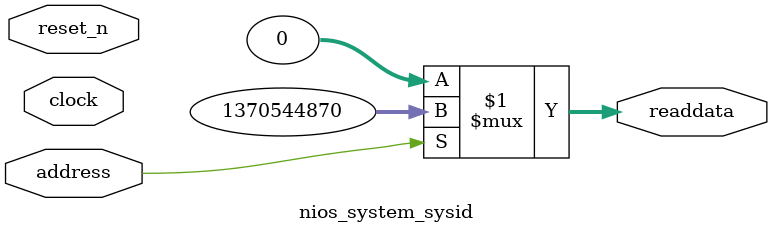
<source format=v>

`timescale 1ns / 1ps
// synthesis translate_on

// turn off superfluous verilog processor warnings 
// altera message_level Level1 
// altera message_off 10034 10035 10036 10037 10230 10240 10030 

module nios_system_sysid (
               // inputs:
                address,
                clock,
                reset_n,

               // outputs:
                readdata
             )
;

  output  [ 31: 0] readdata;
  input            address;
  input            clock;
  input            reset_n;

  wire    [ 31: 0] readdata;
  //control_slave, which is an e_avalon_slave
  assign readdata = address ? 1370544870 : 0;

endmodule




</source>
